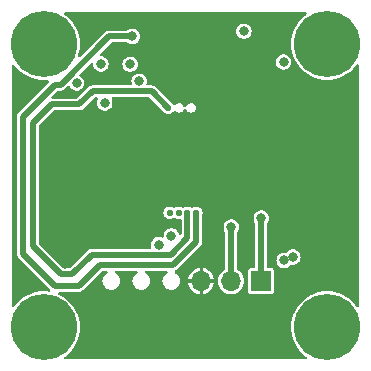
<source format=gbr>
%TF.GenerationSoftware,KiCad,Pcbnew,7.0.10*%
%TF.CreationDate,2024-03-24T13:51:37+01:00*%
%TF.ProjectId,CSI2-SPY-22-1A,43534932-2d53-4505-992d-32322d31412e,rev?*%
%TF.SameCoordinates,Original*%
%TF.FileFunction,Copper,L2,Inr*%
%TF.FilePolarity,Positive*%
%FSLAX46Y46*%
G04 Gerber Fmt 4.6, Leading zero omitted, Abs format (unit mm)*
G04 Created by KiCad (PCBNEW 7.0.10) date 2024-03-24 13:51:37*
%MOMM*%
%LPD*%
G01*
G04 APERTURE LIST*
%TA.AperFunction,ComponentPad*%
%ADD10R,1.700000X1.700000*%
%TD*%
%TA.AperFunction,ComponentPad*%
%ADD11O,1.700000X1.700000*%
%TD*%
%TA.AperFunction,ComponentPad*%
%ADD12C,5.600000*%
%TD*%
%TA.AperFunction,ViaPad*%
%ADD13C,0.800000*%
%TD*%
%TA.AperFunction,ViaPad*%
%ADD14C,0.450000*%
%TD*%
%TA.AperFunction,ViaPad*%
%ADD15C,0.550000*%
%TD*%
%TA.AperFunction,ViaPad*%
%ADD16C,0.500000*%
%TD*%
%TA.AperFunction,Conductor*%
%ADD17C,0.500000*%
%TD*%
G04 APERTURE END LIST*
D10*
%TO.N,/IO0*%
%TO.C,J3*%
X21425000Y-23075000D03*
D11*
%TO.N,/IO1*%
X18885000Y-23075000D03*
%TO.N,GND*%
X16345000Y-23075000D03*
%TD*%
D12*
%TO.N,unconnected-(H2-Pad1)*%
%TO.C,H2*%
X3000000Y-27000000D03*
%TD*%
%TO.N,unconnected-(H1-Pad1)*%
%TO.C,H1*%
X3000000Y-3000000D03*
%TD*%
%TO.N,unconnected-(H3-Pad1)*%
%TO.C,H3*%
X27000000Y-27000000D03*
%TD*%
%TO.N,unconnected-(H4-Pad1)*%
%TO.C,H4*%
X27000000Y-3000000D03*
%TD*%
D13*
%TO.N,GND*%
X16740000Y-950000D03*
X3000000Y-12750000D03*
X16750000Y-4350000D03*
X27000000Y-11250000D03*
D14*
X15000000Y-12000000D03*
D15*
X18100000Y-8300000D03*
D14*
X15750000Y-12000000D03*
D13*
X6930000Y-24170000D03*
D15*
X11850000Y-8775000D03*
D13*
X22125000Y-1075000D03*
X13550000Y-26130000D03*
X27000000Y-17250000D03*
X22500000Y-9250000D03*
D14*
X14250000Y-12000000D03*
D13*
X19970000Y-28810000D03*
X9070000Y-950000D03*
D14*
X15000000Y-15000000D03*
X14250000Y-13500000D03*
D13*
X12130000Y-950000D03*
X29250000Y-6000000D03*
X3000000Y-14250000D03*
X4840000Y-21650000D03*
X27000000Y-10000000D03*
X3000000Y-15750000D03*
X7060000Y-28810000D03*
D15*
X18107727Y-17332727D03*
D13*
X19970000Y-26050000D03*
D16*
X13000000Y-10550000D03*
D13*
X9500000Y-9250000D03*
X11270000Y-28810000D03*
X3000000Y-11250000D03*
D15*
X12625000Y-8650000D03*
D13*
X3000000Y-18750000D03*
X25100000Y-22800000D03*
X23650000Y-28810000D03*
X3000000Y-17250000D03*
X3000000Y-10000000D03*
X15610000Y-28810000D03*
D16*
X17000000Y-10550000D03*
D13*
X27000000Y-15750000D03*
X26950000Y-20060000D03*
X27000000Y-18750000D03*
D15*
X18100000Y-9025000D03*
D13*
X24750000Y-9250000D03*
X29250000Y-23750000D03*
D14*
X15750000Y-13500000D03*
X15000000Y-13500000D03*
D13*
X5830000Y-950000D03*
X27000000Y-14250000D03*
X750000Y-6000000D03*
X27000000Y-12750000D03*
X20500000Y-9250000D03*
D14*
X14250000Y-15000000D03*
D13*
X5250000Y-9250000D03*
D14*
X15750000Y-15000000D03*
D13*
X750000Y-23750000D03*
%TO.N,/IO0*%
X23310000Y-4540000D03*
X21425000Y-17750000D03*
%TO.N,/IO1*%
X18885000Y-18500000D03*
%TO.N,/SCL*%
X13805000Y-19250000D03*
X7850000Y-4700000D03*
%TO.N,/SDA*%
X12750000Y-20000000D03*
X5790000Y-6310000D03*
%TO.N,/VDD33*%
X23350000Y-21340000D03*
X24090000Y-21040000D03*
X19950000Y-1930000D03*
%TO.N,VCC*%
X8170000Y-8010000D03*
D15*
X15925000Y-17300000D03*
D13*
X10500000Y-2370000D03*
D15*
%TO.N,VDD*%
X13550000Y-8425000D03*
X15175000Y-17300000D03*
%TO.N,EQ{slash}SCL*%
X14425000Y-17300000D03*
D13*
X11080000Y-6170000D03*
%TO.N,ERC{slash}SDA*%
X10325000Y-4725000D03*
D15*
X13675000Y-17300000D03*
%TD*%
D17*
%TO.N,/IO0*%
X21425000Y-17750000D02*
X21425000Y-23075000D01*
%TO.N,/IO1*%
X18885000Y-18500000D02*
X18885000Y-23075000D01*
%TO.N,VCC*%
X4437918Y-6460000D02*
X8527918Y-2370000D01*
X15925000Y-17300000D02*
X15925000Y-19755000D01*
X1230000Y-20750000D02*
X1230000Y-9160000D01*
X5950000Y-23500000D02*
X3980000Y-23500000D01*
X3980000Y-23500000D02*
X1230000Y-20750000D01*
X3930000Y-6460000D02*
X4437918Y-6460000D01*
X7760000Y-21690000D02*
X5950000Y-23500000D01*
X15925000Y-19755000D02*
X13990000Y-21690000D01*
X1230000Y-9160000D02*
X3930000Y-6460000D01*
X8527918Y-2370000D02*
X10500000Y-2370000D01*
X13990000Y-21690000D02*
X7760000Y-21690000D01*
%TO.N,VDD*%
X12145000Y-7020000D02*
X7140000Y-7020000D01*
X13748578Y-20850000D02*
X15175000Y-19423578D01*
X7140000Y-7020000D02*
X6030000Y-8130000D01*
X15175000Y-19423578D02*
X15175000Y-17300000D01*
X6030000Y-8130000D02*
X3667918Y-8130000D01*
X4487918Y-22500000D02*
X5440000Y-22500000D01*
X2080000Y-9717918D02*
X2080000Y-20092082D01*
X13550000Y-8425000D02*
X12145000Y-7020000D01*
X2080000Y-20092082D02*
X4487918Y-22500000D01*
X5440000Y-22500000D02*
X7090000Y-20850000D01*
X3667918Y-8130000D02*
X2080000Y-9717918D01*
X7090000Y-20850000D02*
X13748578Y-20850000D01*
%TD*%
%TA.AperFunction,Conductor*%
%TO.N,GND*%
G36*
X25211023Y-320185D02*
G01*
X25256778Y-372989D01*
X25266722Y-442147D01*
X25237697Y-505703D01*
X25215739Y-525630D01*
X25095040Y-611269D01*
X24839573Y-839570D01*
X24839570Y-839573D01*
X24611269Y-1095040D01*
X24412998Y-1374478D01*
X24247263Y-1674353D01*
X24116146Y-1990899D01*
X24021297Y-2320124D01*
X24021295Y-2320133D01*
X23963905Y-2657906D01*
X23963903Y-2657918D01*
X23944693Y-3000000D01*
X23963903Y-3342081D01*
X23963904Y-3342086D01*
X24021296Y-3679870D01*
X24116147Y-4009104D01*
X24209914Y-4235477D01*
X24247263Y-4325646D01*
X24412998Y-4625521D01*
X24611269Y-4904959D01*
X24839570Y-5160426D01*
X24839573Y-5160429D01*
X25095040Y-5388730D01*
X25095046Y-5388734D01*
X25095047Y-5388735D01*
X25374479Y-5587002D01*
X25674352Y-5752736D01*
X25990896Y-5883853D01*
X26320130Y-5978704D01*
X26657914Y-6036096D01*
X27000000Y-6055307D01*
X27342086Y-6036096D01*
X27679870Y-5978704D01*
X28009104Y-5883853D01*
X28325648Y-5752736D01*
X28625521Y-5587002D01*
X28904953Y-5388735D01*
X29160428Y-5160428D01*
X29388735Y-4904953D01*
X29474370Y-4784260D01*
X29529218Y-4740977D01*
X29598760Y-4734217D01*
X29660917Y-4766128D01*
X29695955Y-4826577D01*
X29699500Y-4856016D01*
X29699500Y-25143983D01*
X29679815Y-25211022D01*
X29627011Y-25256777D01*
X29557853Y-25266721D01*
X29494297Y-25237696D01*
X29474371Y-25215739D01*
X29388731Y-25095042D01*
X29160429Y-24839573D01*
X29160426Y-24839570D01*
X28904959Y-24611269D01*
X28625521Y-24412998D01*
X28325646Y-24247263D01*
X28260087Y-24220108D01*
X28009104Y-24116147D01*
X27924479Y-24091766D01*
X27679875Y-24021297D01*
X27679866Y-24021295D01*
X27342093Y-23963905D01*
X27342081Y-23963903D01*
X27000000Y-23944693D01*
X26657918Y-23963903D01*
X26657906Y-23963905D01*
X26320133Y-24021295D01*
X26320124Y-24021297D01*
X25990899Y-24116146D01*
X25990896Y-24116147D01*
X25898184Y-24154549D01*
X25674353Y-24247263D01*
X25374478Y-24412998D01*
X25095040Y-24611269D01*
X24839573Y-24839570D01*
X24839570Y-24839573D01*
X24611269Y-25095040D01*
X24412998Y-25374478D01*
X24247263Y-25674353D01*
X24116146Y-25990899D01*
X24021297Y-26320124D01*
X24021295Y-26320133D01*
X23963905Y-26657906D01*
X23963903Y-26657918D01*
X23944693Y-27000000D01*
X23963903Y-27342081D01*
X23963905Y-27342093D01*
X23993626Y-27517020D01*
X24021296Y-27679870D01*
X24116147Y-28009104D01*
X24188764Y-28184416D01*
X24247263Y-28325646D01*
X24412998Y-28625521D01*
X24611269Y-28904959D01*
X24839570Y-29160426D01*
X24839573Y-29160429D01*
X25095040Y-29388730D01*
X25215739Y-29474370D01*
X25259023Y-29529218D01*
X25265783Y-29598760D01*
X25233872Y-29660917D01*
X25173423Y-29695955D01*
X25143984Y-29699500D01*
X4856016Y-29699500D01*
X4788977Y-29679815D01*
X4743222Y-29627011D01*
X4733278Y-29557853D01*
X4762303Y-29494297D01*
X4784261Y-29474370D01*
X4904953Y-29388735D01*
X4962836Y-29337008D01*
X4985414Y-29316829D01*
X5160428Y-29160428D01*
X5388735Y-28904953D01*
X5587002Y-28625521D01*
X5752736Y-28325648D01*
X5883853Y-28009104D01*
X5978704Y-27679870D01*
X6036096Y-27342086D01*
X6055307Y-27000000D01*
X6036096Y-26657914D01*
X5978704Y-26320130D01*
X5883853Y-25990896D01*
X5752736Y-25674352D01*
X5587002Y-25374479D01*
X5388735Y-25095047D01*
X5388731Y-25095042D01*
X5388730Y-25095040D01*
X5160429Y-24839573D01*
X5160426Y-24839570D01*
X4904959Y-24611269D01*
X4625521Y-24412998D01*
X4325646Y-24247263D01*
X4305845Y-24239061D01*
X4251442Y-24195220D01*
X4229377Y-24128926D01*
X4246656Y-24061226D01*
X4297794Y-24013616D01*
X4353298Y-24000500D01*
X5882857Y-24000500D01*
X5909215Y-24003334D01*
X5913927Y-24004359D01*
X5963461Y-24000815D01*
X5972308Y-24000500D01*
X5985799Y-24000500D01*
X5999156Y-23998579D01*
X6007951Y-23997633D01*
X6057483Y-23994091D01*
X6061992Y-23992408D01*
X6087685Y-23985850D01*
X6092457Y-23985165D01*
X6137637Y-23964530D01*
X6145801Y-23961149D01*
X6192331Y-23943796D01*
X6196189Y-23940907D01*
X6218995Y-23927375D01*
X6223373Y-23925377D01*
X6260899Y-23892859D01*
X6267778Y-23887316D01*
X6278593Y-23879221D01*
X6288155Y-23869658D01*
X6294605Y-23863653D01*
X6332143Y-23831128D01*
X6334751Y-23827068D01*
X6351381Y-23806431D01*
X7930995Y-22226819D01*
X7992318Y-22193334D01*
X8018676Y-22190500D01*
X8289863Y-22190500D01*
X8356902Y-22210185D01*
X8402657Y-22262989D01*
X8412601Y-22332147D01*
X8383576Y-22395703D01*
X8358002Y-22418100D01*
X8239306Y-22496167D01*
X8239305Y-22496168D01*
X8118910Y-22623778D01*
X8031188Y-22775718D01*
X7980870Y-22943789D01*
X7980869Y-22943794D01*
X7970668Y-23118933D01*
X7998716Y-23277991D01*
X8001135Y-23291711D01*
X8070623Y-23452804D01*
X8070624Y-23452806D01*
X8070626Y-23452809D01*
X8161595Y-23575000D01*
X8175390Y-23593530D01*
X8309786Y-23706302D01*
X8387488Y-23745325D01*
X8466562Y-23785038D01*
X8466563Y-23785038D01*
X8466567Y-23785040D01*
X8637279Y-23825500D01*
X8637282Y-23825500D01*
X8768701Y-23825500D01*
X8768709Y-23825500D01*
X8899255Y-23810241D01*
X9064117Y-23750237D01*
X9210696Y-23653830D01*
X9331092Y-23526218D01*
X9418812Y-23374281D01*
X9469130Y-23206210D01*
X9479331Y-23031065D01*
X9448865Y-22858289D01*
X9379377Y-22697196D01*
X9363549Y-22675936D01*
X9274609Y-22556469D01*
X9202744Y-22496167D01*
X9140214Y-22443698D01*
X9103599Y-22425309D01*
X9052527Y-22377633D01*
X9035337Y-22309910D01*
X9057489Y-22243645D01*
X9111951Y-22199876D01*
X9159252Y-22190500D01*
X10829863Y-22190500D01*
X10896902Y-22210185D01*
X10942657Y-22262989D01*
X10952601Y-22332147D01*
X10923576Y-22395703D01*
X10898002Y-22418100D01*
X10779306Y-22496167D01*
X10779305Y-22496168D01*
X10658910Y-22623778D01*
X10571188Y-22775718D01*
X10520870Y-22943789D01*
X10520869Y-22943794D01*
X10510668Y-23118933D01*
X10538716Y-23277991D01*
X10541135Y-23291711D01*
X10610623Y-23452804D01*
X10610624Y-23452806D01*
X10610626Y-23452809D01*
X10701595Y-23575000D01*
X10715390Y-23593530D01*
X10849786Y-23706302D01*
X10927488Y-23745325D01*
X11006562Y-23785038D01*
X11006563Y-23785038D01*
X11006567Y-23785040D01*
X11177279Y-23825500D01*
X11177282Y-23825500D01*
X11308701Y-23825500D01*
X11308709Y-23825500D01*
X11439255Y-23810241D01*
X11604117Y-23750237D01*
X11750696Y-23653830D01*
X11871092Y-23526218D01*
X11958812Y-23374281D01*
X12009130Y-23206210D01*
X12019331Y-23031065D01*
X11988865Y-22858289D01*
X11919377Y-22697196D01*
X11903549Y-22675936D01*
X11814609Y-22556469D01*
X11742744Y-22496167D01*
X11680214Y-22443698D01*
X11643599Y-22425309D01*
X11592527Y-22377633D01*
X11575337Y-22309910D01*
X11597489Y-22243645D01*
X11651951Y-22199876D01*
X11699252Y-22190500D01*
X13369863Y-22190500D01*
X13436902Y-22210185D01*
X13482657Y-22262989D01*
X13492601Y-22332147D01*
X13463576Y-22395703D01*
X13438002Y-22418100D01*
X13319306Y-22496167D01*
X13319305Y-22496168D01*
X13198910Y-22623778D01*
X13111188Y-22775718D01*
X13060870Y-22943789D01*
X13060869Y-22943794D01*
X13050668Y-23118933D01*
X13078716Y-23277991D01*
X13081135Y-23291711D01*
X13150623Y-23452804D01*
X13150624Y-23452806D01*
X13150626Y-23452809D01*
X13241595Y-23575000D01*
X13255390Y-23593530D01*
X13389786Y-23706302D01*
X13467488Y-23745325D01*
X13546562Y-23785038D01*
X13546563Y-23785038D01*
X13546567Y-23785040D01*
X13717279Y-23825500D01*
X13717282Y-23825500D01*
X13848701Y-23825500D01*
X13848709Y-23825500D01*
X13979255Y-23810241D01*
X14144117Y-23750237D01*
X14290696Y-23653830D01*
X14411092Y-23526218D01*
X14498812Y-23374281D01*
X14549130Y-23206210D01*
X14559331Y-23031065D01*
X14540628Y-22924999D01*
X15254186Y-22924999D01*
X15254187Y-22925000D01*
X15867935Y-22925000D01*
X15845000Y-23003111D01*
X15845000Y-23146889D01*
X15867935Y-23225000D01*
X15254187Y-23225000D01*
X15259097Y-23277991D01*
X15314883Y-23474063D01*
X15314886Y-23474069D01*
X15405754Y-23656556D01*
X15528608Y-23819242D01*
X15679260Y-23956578D01*
X15852584Y-24063897D01*
X16042678Y-24137539D01*
X16195000Y-24166013D01*
X16195000Y-23556170D01*
X16202685Y-23559680D01*
X16309237Y-23575000D01*
X16380763Y-23575000D01*
X16487315Y-23559680D01*
X16495000Y-23556170D01*
X16495000Y-24166013D01*
X16647321Y-24137539D01*
X16837415Y-24063897D01*
X17010739Y-23956578D01*
X17161391Y-23819242D01*
X17284245Y-23656556D01*
X17375113Y-23474069D01*
X17375116Y-23474063D01*
X17430902Y-23277991D01*
X17435813Y-23225000D01*
X16822065Y-23225000D01*
X16845000Y-23146889D01*
X16845000Y-23075000D01*
X17779785Y-23075000D01*
X17798602Y-23278082D01*
X17854417Y-23474247D01*
X17854422Y-23474260D01*
X17945327Y-23656821D01*
X18068237Y-23819581D01*
X18218958Y-23956980D01*
X18218960Y-23956982D01*
X18295477Y-24004359D01*
X18392363Y-24064348D01*
X18582544Y-24138024D01*
X18783024Y-24175500D01*
X18783026Y-24175500D01*
X18986974Y-24175500D01*
X18986976Y-24175500D01*
X19187456Y-24138024D01*
X19377637Y-24064348D01*
X19551041Y-23956981D01*
X19559052Y-23949678D01*
X20324500Y-23949678D01*
X20339032Y-24022735D01*
X20339033Y-24022739D01*
X20339034Y-24022740D01*
X20394399Y-24105601D01*
X20477260Y-24160966D01*
X20477264Y-24160967D01*
X20550321Y-24175499D01*
X20550324Y-24175500D01*
X20550326Y-24175500D01*
X22299676Y-24175500D01*
X22299677Y-24175499D01*
X22372740Y-24160966D01*
X22455601Y-24105601D01*
X22510966Y-24022740D01*
X22525500Y-23949674D01*
X22525500Y-22200326D01*
X22525500Y-22200323D01*
X22525499Y-22200321D01*
X22510967Y-22127264D01*
X22510966Y-22127260D01*
X22503025Y-22115375D01*
X22455601Y-22044399D01*
X22388404Y-21999500D01*
X22372739Y-21989033D01*
X22372735Y-21989032D01*
X22299677Y-21974500D01*
X22299674Y-21974500D01*
X22049500Y-21974500D01*
X21982461Y-21954815D01*
X21936706Y-21902011D01*
X21925500Y-21850500D01*
X21925500Y-21340000D01*
X22694722Y-21340000D01*
X22713762Y-21496818D01*
X22745038Y-21579284D01*
X22769780Y-21644523D01*
X22859517Y-21774530D01*
X22977760Y-21879283D01*
X22977762Y-21879284D01*
X23117634Y-21952696D01*
X23271014Y-21990500D01*
X23271015Y-21990500D01*
X23428985Y-21990500D01*
X23582365Y-21952696D01*
X23649350Y-21917539D01*
X23722240Y-21879283D01*
X23840483Y-21774530D01*
X23866224Y-21737235D01*
X23920504Y-21693247D01*
X23989953Y-21685586D01*
X23997939Y-21687277D01*
X24011015Y-21690500D01*
X24168985Y-21690500D01*
X24322365Y-21652696D01*
X24337937Y-21644523D01*
X24462240Y-21579283D01*
X24580483Y-21474530D01*
X24670220Y-21344523D01*
X24726237Y-21196818D01*
X24745278Y-21040000D01*
X24743259Y-21023367D01*
X24726237Y-20883181D01*
X24694369Y-20799154D01*
X24670220Y-20735477D01*
X24580483Y-20605470D01*
X24462240Y-20500717D01*
X24462238Y-20500716D01*
X24462237Y-20500715D01*
X24322365Y-20427303D01*
X24168986Y-20389500D01*
X24168985Y-20389500D01*
X24011015Y-20389500D01*
X24011014Y-20389500D01*
X23857634Y-20427303D01*
X23717762Y-20500715D01*
X23599515Y-20605471D01*
X23573774Y-20642764D01*
X23519491Y-20686754D01*
X23450042Y-20694413D01*
X23442052Y-20692720D01*
X23428988Y-20689500D01*
X23428985Y-20689500D01*
X23271015Y-20689500D01*
X23271014Y-20689500D01*
X23117634Y-20727303D01*
X22977762Y-20800715D01*
X22859516Y-20905471D01*
X22769781Y-21035475D01*
X22769780Y-21035476D01*
X22713762Y-21183181D01*
X22694722Y-21339999D01*
X22694722Y-21340000D01*
X21925500Y-21340000D01*
X21925500Y-18208657D01*
X21945185Y-18141618D01*
X21947450Y-18138217D01*
X22005219Y-18054524D01*
X22005220Y-18054523D01*
X22061237Y-17906818D01*
X22080278Y-17750000D01*
X22075101Y-17707359D01*
X22061237Y-17593181D01*
X22012580Y-17464884D01*
X22005220Y-17445477D01*
X21915483Y-17315470D01*
X21797240Y-17210717D01*
X21797238Y-17210716D01*
X21797237Y-17210715D01*
X21657365Y-17137303D01*
X21503986Y-17099500D01*
X21503985Y-17099500D01*
X21346015Y-17099500D01*
X21346014Y-17099500D01*
X21192634Y-17137303D01*
X21052762Y-17210715D01*
X20934516Y-17315471D01*
X20844781Y-17445475D01*
X20844780Y-17445476D01*
X20788762Y-17593181D01*
X20769722Y-17749999D01*
X20769722Y-17750000D01*
X20788762Y-17906818D01*
X20844780Y-18054523D01*
X20844780Y-18054524D01*
X20902550Y-18138217D01*
X20924433Y-18204571D01*
X20924500Y-18208657D01*
X20924500Y-21850500D01*
X20904815Y-21917539D01*
X20852011Y-21963294D01*
X20800500Y-21974500D01*
X20550323Y-21974500D01*
X20477264Y-21989032D01*
X20477260Y-21989033D01*
X20394399Y-22044399D01*
X20339033Y-22127260D01*
X20339032Y-22127264D01*
X20324500Y-22200321D01*
X20324500Y-23949678D01*
X19559052Y-23949678D01*
X19689095Y-23831128D01*
X19701762Y-23819581D01*
X19704575Y-23815856D01*
X19824673Y-23656821D01*
X19915582Y-23474250D01*
X19971397Y-23278083D01*
X19990215Y-23075000D01*
X19971397Y-22871917D01*
X19915582Y-22675750D01*
X19824673Y-22493179D01*
X19708816Y-22339759D01*
X19701762Y-22330418D01*
X19551482Y-22193421D01*
X19551041Y-22193019D01*
X19450732Y-22130910D01*
X19444222Y-22126879D01*
X19397587Y-22074851D01*
X19385500Y-22021452D01*
X19385500Y-18958657D01*
X19405185Y-18891618D01*
X19407450Y-18888217D01*
X19465219Y-18804524D01*
X19465220Y-18804523D01*
X19521237Y-18656818D01*
X19540278Y-18500000D01*
X19521237Y-18343182D01*
X19465220Y-18195477D01*
X19375483Y-18065470D01*
X19257240Y-17960717D01*
X19257238Y-17960716D01*
X19257237Y-17960715D01*
X19117365Y-17887303D01*
X18963986Y-17849500D01*
X18963985Y-17849500D01*
X18806015Y-17849500D01*
X18806014Y-17849500D01*
X18652634Y-17887303D01*
X18512762Y-17960715D01*
X18394516Y-18065471D01*
X18304781Y-18195475D01*
X18304780Y-18195476D01*
X18248762Y-18343181D01*
X18229722Y-18499999D01*
X18229722Y-18500000D01*
X18248762Y-18656818D01*
X18304780Y-18804523D01*
X18304780Y-18804524D01*
X18362550Y-18888217D01*
X18384433Y-18954571D01*
X18384500Y-18958657D01*
X18384500Y-22021452D01*
X18364815Y-22088491D01*
X18325778Y-22126879D01*
X18218957Y-22193020D01*
X18068237Y-22330418D01*
X17945327Y-22493178D01*
X17854422Y-22675739D01*
X17854417Y-22675752D01*
X17798602Y-22871917D01*
X17779785Y-23074999D01*
X17779785Y-23075000D01*
X16845000Y-23075000D01*
X16845000Y-23003111D01*
X16822065Y-22925000D01*
X17435813Y-22925000D01*
X17435813Y-22924999D01*
X17430902Y-22872008D01*
X17375116Y-22675936D01*
X17375113Y-22675930D01*
X17284245Y-22493443D01*
X17161391Y-22330757D01*
X17010739Y-22193421D01*
X16837415Y-22086102D01*
X16647322Y-22012460D01*
X16495000Y-21983985D01*
X16495000Y-22593829D01*
X16487315Y-22590320D01*
X16380763Y-22575000D01*
X16309237Y-22575000D01*
X16202685Y-22590320D01*
X16195000Y-22593829D01*
X16195000Y-21983985D01*
X16042677Y-22012460D01*
X15852584Y-22086102D01*
X15679260Y-22193421D01*
X15528608Y-22330757D01*
X15405754Y-22493443D01*
X15314886Y-22675930D01*
X15314883Y-22675936D01*
X15259097Y-22872008D01*
X15254186Y-22924999D01*
X14540628Y-22924999D01*
X14528865Y-22858289D01*
X14459377Y-22697196D01*
X14443549Y-22675936D01*
X14354609Y-22556469D01*
X14220214Y-22443698D01*
X14220212Y-22443697D01*
X14129593Y-22398186D01*
X14078519Y-22350508D01*
X14061329Y-22282786D01*
X14083481Y-22216521D01*
X14133732Y-22174582D01*
X14146586Y-22168711D01*
X14177632Y-22154534D01*
X14185801Y-22151149D01*
X14232331Y-22133796D01*
X14236189Y-22130907D01*
X14258995Y-22117375D01*
X14263373Y-22115377D01*
X14300899Y-22082859D01*
X14307778Y-22077316D01*
X14318593Y-22069221D01*
X14328155Y-22059658D01*
X14334605Y-22053653D01*
X14372143Y-22021128D01*
X14374751Y-22017068D01*
X14391381Y-21996431D01*
X16231428Y-20156383D01*
X16252069Y-20139750D01*
X16256128Y-20137143D01*
X16288660Y-20099596D01*
X16294684Y-20093128D01*
X16304213Y-20083600D01*
X16304213Y-20083599D01*
X16304220Y-20083593D01*
X16312319Y-20072772D01*
X16317850Y-20065909D01*
X16350377Y-20028373D01*
X16352375Y-20023995D01*
X16365907Y-20001189D01*
X16368796Y-19997331D01*
X16386149Y-19950801D01*
X16389534Y-19942630D01*
X16392885Y-19935293D01*
X16410165Y-19897457D01*
X16410850Y-19892685D01*
X16417409Y-19866992D01*
X16419091Y-19862483D01*
X16422633Y-19812951D01*
X16423580Y-19804148D01*
X16425500Y-19790799D01*
X16425500Y-19777308D01*
X16425816Y-19768461D01*
X16429359Y-19718927D01*
X16428332Y-19714206D01*
X16425500Y-19687858D01*
X16425500Y-17489548D01*
X16434939Y-17442095D01*
X16436974Y-17437183D01*
X16455035Y-17300000D01*
X16436974Y-17162817D01*
X16384024Y-17034983D01*
X16299791Y-16925209D01*
X16299789Y-16925208D01*
X16299789Y-16925207D01*
X16224514Y-16867446D01*
X16190018Y-16840976D01*
X16190017Y-16840975D01*
X16190015Y-16840974D01*
X16062186Y-16788027D01*
X16062184Y-16788026D01*
X16062183Y-16788026D01*
X15970727Y-16775985D01*
X15925001Y-16769965D01*
X15924999Y-16769965D01*
X15856408Y-16778995D01*
X15787817Y-16788026D01*
X15787816Y-16788026D01*
X15787813Y-16788027D01*
X15659984Y-16840974D01*
X15659982Y-16840976D01*
X15625486Y-16867446D01*
X15560316Y-16892640D01*
X15491872Y-16878601D01*
X15474513Y-16867445D01*
X15440019Y-16840976D01*
X15440016Y-16840975D01*
X15312186Y-16788027D01*
X15312184Y-16788026D01*
X15312183Y-16788026D01*
X15220727Y-16775985D01*
X15175001Y-16769965D01*
X15174999Y-16769965D01*
X15106408Y-16778995D01*
X15037817Y-16788026D01*
X15037816Y-16788026D01*
X15037813Y-16788027D01*
X14909984Y-16840974D01*
X14909982Y-16840976D01*
X14875486Y-16867446D01*
X14810316Y-16892640D01*
X14741872Y-16878601D01*
X14724513Y-16867445D01*
X14690019Y-16840976D01*
X14690016Y-16840975D01*
X14562186Y-16788027D01*
X14562184Y-16788026D01*
X14562183Y-16788026D01*
X14470727Y-16775985D01*
X14425001Y-16769965D01*
X14424999Y-16769965D01*
X14356408Y-16778995D01*
X14287817Y-16788026D01*
X14287816Y-16788026D01*
X14287813Y-16788027D01*
X14159984Y-16840974D01*
X14159982Y-16840976D01*
X14125486Y-16867446D01*
X14060316Y-16892640D01*
X13991872Y-16878601D01*
X13974513Y-16867445D01*
X13940019Y-16840976D01*
X13940016Y-16840975D01*
X13812186Y-16788027D01*
X13812184Y-16788026D01*
X13812183Y-16788026D01*
X13720727Y-16775985D01*
X13675001Y-16769965D01*
X13674999Y-16769965D01*
X13606408Y-16778995D01*
X13537817Y-16788026D01*
X13537816Y-16788026D01*
X13537813Y-16788027D01*
X13409985Y-16840974D01*
X13300209Y-16925209D01*
X13215974Y-17034985D01*
X13163027Y-17162813D01*
X13163026Y-17162818D01*
X13144965Y-17299999D01*
X13144965Y-17300000D01*
X13163026Y-17437181D01*
X13163027Y-17437186D01*
X13215974Y-17565015D01*
X13215975Y-17565017D01*
X13215976Y-17565018D01*
X13300209Y-17674791D01*
X13409982Y-17759024D01*
X13537817Y-17811974D01*
X13660702Y-17828152D01*
X13674999Y-17830035D01*
X13675000Y-17830035D01*
X13675001Y-17830035D01*
X13687947Y-17828330D01*
X13812183Y-17811974D01*
X13940018Y-17759024D01*
X13974513Y-17732554D01*
X14039680Y-17707359D01*
X14108125Y-17721396D01*
X14125484Y-17732552D01*
X14141082Y-17744521D01*
X14159980Y-17759023D01*
X14159981Y-17759023D01*
X14159982Y-17759024D01*
X14287817Y-17811974D01*
X14425000Y-17830035D01*
X14534317Y-17815642D01*
X14603348Y-17826407D01*
X14655605Y-17872786D01*
X14674500Y-17938581D01*
X14674500Y-19031599D01*
X14654815Y-19098638D01*
X14602011Y-19144393D01*
X14532853Y-19154337D01*
X14469297Y-19125312D01*
X14434558Y-19075570D01*
X14417212Y-19029834D01*
X14385220Y-18945477D01*
X14295483Y-18815470D01*
X14177240Y-18710717D01*
X14177238Y-18710716D01*
X14177237Y-18710715D01*
X14037365Y-18637303D01*
X13883986Y-18599500D01*
X13883985Y-18599500D01*
X13726015Y-18599500D01*
X13726014Y-18599500D01*
X13572634Y-18637303D01*
X13432762Y-18710715D01*
X13314516Y-18815471D01*
X13224781Y-18945475D01*
X13224780Y-18945476D01*
X13168762Y-19093181D01*
X13149722Y-19249999D01*
X13149722Y-19250006D01*
X13150552Y-19256844D01*
X13139090Y-19325767D01*
X13092184Y-19377551D01*
X13024728Y-19395756D01*
X12989689Y-19388936D01*
X12989649Y-19389099D01*
X12986364Y-19388289D01*
X12983490Y-19387730D01*
X12982367Y-19387304D01*
X12828986Y-19349500D01*
X12828985Y-19349500D01*
X12671015Y-19349500D01*
X12671014Y-19349500D01*
X12517634Y-19387303D01*
X12377762Y-19460715D01*
X12259516Y-19565471D01*
X12169781Y-19695475D01*
X12169780Y-19695476D01*
X12113762Y-19843181D01*
X12094722Y-19999999D01*
X12094722Y-20000000D01*
X12113763Y-20156819D01*
X12113763Y-20156821D01*
X12123134Y-20181530D01*
X12128501Y-20251193D01*
X12095353Y-20312699D01*
X12034214Y-20346520D01*
X12007192Y-20349500D01*
X7157138Y-20349500D01*
X7130781Y-20346666D01*
X7126076Y-20345642D01*
X7126068Y-20345642D01*
X7076547Y-20349184D01*
X7067701Y-20349500D01*
X7054197Y-20349500D01*
X7040835Y-20351421D01*
X7032045Y-20352366D01*
X6982514Y-20355909D01*
X6977986Y-20357598D01*
X6952327Y-20364146D01*
X6947550Y-20364833D01*
X6947543Y-20364835D01*
X6902365Y-20385466D01*
X6894191Y-20388851D01*
X6847675Y-20406200D01*
X6847668Y-20406204D01*
X6843800Y-20409100D01*
X6821019Y-20422616D01*
X6816627Y-20424623D01*
X6783852Y-20453022D01*
X6779098Y-20457141D01*
X6772219Y-20462684D01*
X6761409Y-20470777D01*
X6751860Y-20480325D01*
X6745395Y-20486343D01*
X6707859Y-20518870D01*
X6707856Y-20518873D01*
X6705245Y-20522936D01*
X6688615Y-20543570D01*
X5269005Y-21963181D01*
X5207682Y-21996666D01*
X5181324Y-21999500D01*
X4746593Y-21999500D01*
X4679554Y-21979815D01*
X4658912Y-21963181D01*
X2616819Y-19921087D01*
X2583334Y-19859764D01*
X2580500Y-19833406D01*
X2580500Y-9976594D01*
X2600185Y-9909555D01*
X2616819Y-9888913D01*
X3838913Y-8666819D01*
X3900236Y-8633334D01*
X3926594Y-8630500D01*
X5962857Y-8630500D01*
X5989215Y-8633334D01*
X5993927Y-8634359D01*
X6043461Y-8630815D01*
X6052308Y-8630500D01*
X6065799Y-8630500D01*
X6079156Y-8628579D01*
X6087951Y-8627633D01*
X6137483Y-8624091D01*
X6141992Y-8622408D01*
X6167685Y-8615850D01*
X6172457Y-8615165D01*
X6217637Y-8594530D01*
X6225801Y-8591149D01*
X6272331Y-8573796D01*
X6276189Y-8570907D01*
X6298995Y-8557375D01*
X6303373Y-8555377D01*
X6340899Y-8522859D01*
X6347778Y-8517316D01*
X6358593Y-8509221D01*
X6368155Y-8499658D01*
X6374605Y-8493653D01*
X6412143Y-8461128D01*
X6414751Y-8457068D01*
X6431381Y-8436431D01*
X7310995Y-7556819D01*
X7372318Y-7523334D01*
X7398676Y-7520500D01*
X7481742Y-7520500D01*
X7548781Y-7540185D01*
X7594536Y-7592989D01*
X7604480Y-7662147D01*
X7591542Y-7702119D01*
X7589781Y-7705473D01*
X7533762Y-7853181D01*
X7514722Y-8009999D01*
X7514722Y-8010000D01*
X7533762Y-8166818D01*
X7579652Y-8287817D01*
X7589780Y-8314523D01*
X7679517Y-8444530D01*
X7797760Y-8549283D01*
X7797762Y-8549284D01*
X7937634Y-8622696D01*
X8091014Y-8660500D01*
X8091015Y-8660500D01*
X8248985Y-8660500D01*
X8402365Y-8622696D01*
X8402912Y-8622409D01*
X8542240Y-8549283D01*
X8660483Y-8444530D01*
X8750220Y-8314523D01*
X8806237Y-8166818D01*
X8825278Y-8010000D01*
X8816422Y-7937059D01*
X8806237Y-7853181D01*
X8750218Y-7705473D01*
X8748458Y-7702119D01*
X8747911Y-7699391D01*
X8747560Y-7698464D01*
X8747714Y-7698405D01*
X8734737Y-7633610D01*
X8760233Y-7568558D01*
X8816851Y-7527618D01*
X8858258Y-7520500D01*
X11886324Y-7520500D01*
X11953363Y-7540185D01*
X11974005Y-7556819D01*
X13062059Y-8644873D01*
X13088939Y-8685101D01*
X13090976Y-8690018D01*
X13175209Y-8799791D01*
X13284982Y-8884024D01*
X13412817Y-8936974D01*
X13535702Y-8953152D01*
X13549999Y-8955035D01*
X13550000Y-8955035D01*
X13550001Y-8955035D01*
X13562947Y-8953330D01*
X13687183Y-8936974D01*
X13815018Y-8884024D01*
X13924791Y-8799791D01*
X13994415Y-8709056D01*
X14050841Y-8667855D01*
X14120587Y-8663700D01*
X14180470Y-8696863D01*
X14236652Y-8753045D01*
X14236654Y-8753046D01*
X14236658Y-8753050D01*
X14349696Y-8810646D01*
X14349697Y-8810646D01*
X14349699Y-8810647D01*
X14474997Y-8830492D01*
X14475000Y-8830492D01*
X14475003Y-8830492D01*
X14600300Y-8810647D01*
X14600301Y-8810647D01*
X14600302Y-8810646D01*
X14600304Y-8810646D01*
X14713342Y-8753050D01*
X14803050Y-8663342D01*
X14860646Y-8550304D01*
X14860646Y-8550302D01*
X14864515Y-8542710D01*
X14912490Y-8491914D01*
X14980311Y-8475119D01*
X15046446Y-8497657D01*
X15085485Y-8542710D01*
X15089353Y-8550302D01*
X15089354Y-8550304D01*
X15146950Y-8663342D01*
X15146952Y-8663344D01*
X15146954Y-8663347D01*
X15236652Y-8753045D01*
X15236654Y-8753046D01*
X15236658Y-8753050D01*
X15349696Y-8810646D01*
X15349697Y-8810646D01*
X15349699Y-8810647D01*
X15474997Y-8830492D01*
X15475000Y-8830492D01*
X15475003Y-8830492D01*
X15600300Y-8810647D01*
X15600301Y-8810647D01*
X15600302Y-8810646D01*
X15600304Y-8810646D01*
X15713342Y-8753050D01*
X15803050Y-8663342D01*
X15860646Y-8550304D01*
X15860646Y-8550302D01*
X15860647Y-8550301D01*
X15860647Y-8550300D01*
X15880492Y-8425003D01*
X15880492Y-8424996D01*
X15860647Y-8299699D01*
X15860647Y-8299698D01*
X15854593Y-8287817D01*
X15803050Y-8186658D01*
X15803046Y-8186654D01*
X15803045Y-8186652D01*
X15713347Y-8096954D01*
X15713344Y-8096952D01*
X15713342Y-8096950D01*
X15600304Y-8039354D01*
X15600303Y-8039353D01*
X15600300Y-8039352D01*
X15475003Y-8019508D01*
X15474997Y-8019508D01*
X15349699Y-8039352D01*
X15349698Y-8039352D01*
X15274337Y-8077751D01*
X15236658Y-8096950D01*
X15236657Y-8096951D01*
X15236652Y-8096954D01*
X15146954Y-8186652D01*
X15146949Y-8186659D01*
X15085484Y-8307290D01*
X15037510Y-8358085D01*
X14969689Y-8374880D01*
X14903554Y-8352342D01*
X14864516Y-8307290D01*
X14830150Y-8239845D01*
X14803050Y-8186658D01*
X14803047Y-8186655D01*
X14803045Y-8186652D01*
X14713347Y-8096954D01*
X14713344Y-8096952D01*
X14713342Y-8096950D01*
X14600304Y-8039354D01*
X14600303Y-8039353D01*
X14600300Y-8039352D01*
X14475003Y-8019508D01*
X14474997Y-8019508D01*
X14349699Y-8039352D01*
X14349698Y-8039352D01*
X14274337Y-8077751D01*
X14236658Y-8096950D01*
X14236657Y-8096951D01*
X14236655Y-8096951D01*
X14180470Y-8153137D01*
X14119146Y-8186621D01*
X14049455Y-8181636D01*
X13994414Y-8140942D01*
X13924791Y-8050209D01*
X13872390Y-8010000D01*
X13815018Y-7965976D01*
X13815014Y-7965974D01*
X13810101Y-7963939D01*
X13769873Y-7937059D01*
X12546385Y-6713571D01*
X12529750Y-6692928D01*
X12527145Y-6688874D01*
X12527143Y-6688872D01*
X12489614Y-6656353D01*
X12483143Y-6650329D01*
X12473593Y-6640779D01*
X12462785Y-6632688D01*
X12455904Y-6627144D01*
X12418373Y-6594623D01*
X12418372Y-6594622D01*
X12418367Y-6594619D01*
X12413983Y-6592617D01*
X12391194Y-6579096D01*
X12387331Y-6576204D01*
X12387329Y-6576203D01*
X12340790Y-6558845D01*
X12332622Y-6555461D01*
X12287457Y-6534835D01*
X12287455Y-6534834D01*
X12282682Y-6534148D01*
X12257000Y-6527593D01*
X12252486Y-6525909D01*
X12202946Y-6522365D01*
X12194159Y-6521420D01*
X12180799Y-6519500D01*
X12180797Y-6519500D01*
X12167308Y-6519500D01*
X12158461Y-6519184D01*
X12108929Y-6515641D01*
X12108925Y-6515641D01*
X12104215Y-6516666D01*
X12077857Y-6519500D01*
X11822808Y-6519500D01*
X11755769Y-6499815D01*
X11710014Y-6447011D01*
X11700070Y-6377853D01*
X11706866Y-6351530D01*
X11716236Y-6326821D01*
X11716236Y-6326820D01*
X11716237Y-6326818D01*
X11735278Y-6170000D01*
X11732139Y-6144143D01*
X11716237Y-6013181D01*
X11664010Y-5875471D01*
X11660220Y-5865477D01*
X11570483Y-5735470D01*
X11452240Y-5630717D01*
X11452238Y-5630716D01*
X11452237Y-5630715D01*
X11312365Y-5557303D01*
X11158986Y-5519500D01*
X11158985Y-5519500D01*
X11001015Y-5519500D01*
X11001014Y-5519500D01*
X10847634Y-5557303D01*
X10707762Y-5630715D01*
X10589516Y-5735471D01*
X10499781Y-5865475D01*
X10499780Y-5865476D01*
X10443762Y-6013181D01*
X10424722Y-6169999D01*
X10424722Y-6170000D01*
X10443763Y-6326819D01*
X10443763Y-6326821D01*
X10453134Y-6351530D01*
X10458501Y-6421193D01*
X10425353Y-6482699D01*
X10364214Y-6516520D01*
X10337192Y-6519500D01*
X7207143Y-6519500D01*
X7180785Y-6516666D01*
X7176074Y-6515641D01*
X7176070Y-6515641D01*
X7126539Y-6519184D01*
X7117692Y-6519500D01*
X7104200Y-6519500D01*
X7098063Y-6520382D01*
X7090840Y-6521420D01*
X7082054Y-6522365D01*
X7032516Y-6525909D01*
X7032513Y-6525910D01*
X7027986Y-6527598D01*
X7002327Y-6534146D01*
X6997550Y-6534833D01*
X6997543Y-6534835D01*
X6952365Y-6555466D01*
X6944191Y-6558851D01*
X6897675Y-6576200D01*
X6897664Y-6576206D01*
X6893799Y-6579100D01*
X6871020Y-6592615D01*
X6866636Y-6594617D01*
X6866625Y-6594624D01*
X6829108Y-6627132D01*
X6822226Y-6632678D01*
X6811403Y-6640780D01*
X6801854Y-6650329D01*
X6795384Y-6656353D01*
X6757861Y-6688867D01*
X6757854Y-6688876D01*
X6755243Y-6692938D01*
X6738616Y-6713568D01*
X5859005Y-7593181D01*
X5797682Y-7626666D01*
X5771324Y-7629500D01*
X3767675Y-7629500D01*
X3700636Y-7609815D01*
X3654881Y-7557011D01*
X3644937Y-7487853D01*
X3673962Y-7424297D01*
X3679994Y-7417819D01*
X4100995Y-6996819D01*
X4162318Y-6963334D01*
X4188676Y-6960500D01*
X4370775Y-6960500D01*
X4397133Y-6963334D01*
X4401845Y-6964359D01*
X4451379Y-6960815D01*
X4460226Y-6960500D01*
X4473717Y-6960500D01*
X4487074Y-6958579D01*
X4495869Y-6957633D01*
X4545401Y-6954091D01*
X4549910Y-6952408D01*
X4575603Y-6945850D01*
X4580375Y-6945165D01*
X4625561Y-6924529D01*
X4633710Y-6921153D01*
X4680249Y-6903796D01*
X4684110Y-6900905D01*
X4706913Y-6887375D01*
X4711291Y-6885377D01*
X4748817Y-6852859D01*
X4755696Y-6847316D01*
X4766511Y-6839221D01*
X4776073Y-6829658D01*
X4782523Y-6823653D01*
X4820061Y-6791128D01*
X4822669Y-6787068D01*
X4839299Y-6766431D01*
X5015388Y-6590342D01*
X5076709Y-6556859D01*
X5146401Y-6561843D01*
X5202334Y-6603715D01*
X5205339Y-6608474D01*
X5205519Y-6608350D01*
X5209780Y-6614523D01*
X5299517Y-6744530D01*
X5417760Y-6849283D01*
X5417762Y-6849284D01*
X5557634Y-6922696D01*
X5711014Y-6960500D01*
X5711015Y-6960500D01*
X5868985Y-6960500D01*
X6022365Y-6922696D01*
X6025314Y-6921148D01*
X6162240Y-6849283D01*
X6280483Y-6744530D01*
X6370220Y-6614523D01*
X6426237Y-6466818D01*
X6445278Y-6310000D01*
X6426237Y-6153182D01*
X6417017Y-6128872D01*
X6389118Y-6055307D01*
X6370220Y-6005477D01*
X6280483Y-5875470D01*
X6162240Y-5770717D01*
X6162238Y-5770716D01*
X6162237Y-5770715D01*
X6096860Y-5736402D01*
X6046647Y-5687817D01*
X6030673Y-5619798D01*
X6054008Y-5553941D01*
X6066798Y-5538932D01*
X6983354Y-4622377D01*
X7044674Y-4588894D01*
X7114366Y-4593878D01*
X7170299Y-4635750D01*
X7194128Y-4695113D01*
X7213763Y-4856818D01*
X7269780Y-5004523D01*
X7359517Y-5134530D01*
X7477760Y-5239283D01*
X7477762Y-5239284D01*
X7617634Y-5312696D01*
X7771014Y-5350500D01*
X7771015Y-5350500D01*
X7928985Y-5350500D01*
X8082365Y-5312696D01*
X8222240Y-5239283D01*
X8340483Y-5134530D01*
X8430220Y-5004523D01*
X8486237Y-4856818D01*
X8502242Y-4725000D01*
X9669722Y-4725000D01*
X9688762Y-4881818D01*
X9723923Y-4974528D01*
X9744780Y-5029523D01*
X9834517Y-5159530D01*
X9952760Y-5264283D01*
X9952762Y-5264284D01*
X10092634Y-5337696D01*
X10246014Y-5375500D01*
X10246015Y-5375500D01*
X10403985Y-5375500D01*
X10557365Y-5337696D01*
X10604998Y-5312696D01*
X10697240Y-5264283D01*
X10815483Y-5159530D01*
X10905220Y-5029523D01*
X10961237Y-4881818D01*
X10980278Y-4725000D01*
X10977243Y-4700000D01*
X10961237Y-4568181D01*
X10950549Y-4540000D01*
X22654722Y-4540000D01*
X22673762Y-4696818D01*
X22708714Y-4788977D01*
X22729780Y-4844523D01*
X22819517Y-4974530D01*
X22937760Y-5079283D01*
X22937762Y-5079284D01*
X23077634Y-5152696D01*
X23231014Y-5190500D01*
X23231015Y-5190500D01*
X23388985Y-5190500D01*
X23542365Y-5152696D01*
X23576981Y-5134528D01*
X23682240Y-5079283D01*
X23800483Y-4974530D01*
X23890220Y-4844523D01*
X23946237Y-4696818D01*
X23965278Y-4540000D01*
X23950766Y-4420477D01*
X23946237Y-4383181D01*
X23901595Y-4265471D01*
X23890220Y-4235477D01*
X23800483Y-4105470D01*
X23682240Y-4000717D01*
X23682238Y-4000716D01*
X23682237Y-4000715D01*
X23542365Y-3927303D01*
X23388986Y-3889500D01*
X23388985Y-3889500D01*
X23231015Y-3889500D01*
X23231014Y-3889500D01*
X23077634Y-3927303D01*
X22937762Y-4000715D01*
X22819516Y-4105471D01*
X22729781Y-4235475D01*
X22729780Y-4235476D01*
X22673762Y-4383181D01*
X22654722Y-4539999D01*
X22654722Y-4540000D01*
X10950549Y-4540000D01*
X10939992Y-4512164D01*
X10905220Y-4420477D01*
X10815483Y-4290470D01*
X10697240Y-4185717D01*
X10697238Y-4185716D01*
X10697237Y-4185715D01*
X10557365Y-4112303D01*
X10403986Y-4074500D01*
X10403985Y-4074500D01*
X10246015Y-4074500D01*
X10246014Y-4074500D01*
X10092634Y-4112303D01*
X9952762Y-4185715D01*
X9952760Y-4185717D01*
X9862737Y-4265470D01*
X9834516Y-4290471D01*
X9744781Y-4420475D01*
X9744780Y-4420476D01*
X9688762Y-4568181D01*
X9669722Y-4724999D01*
X9669722Y-4725000D01*
X8502242Y-4725000D01*
X8505278Y-4700000D01*
X8491788Y-4588894D01*
X8486237Y-4543181D01*
X8464992Y-4487164D01*
X8430220Y-4395477D01*
X8340483Y-4265470D01*
X8222240Y-4160717D01*
X8222238Y-4160716D01*
X8222237Y-4160715D01*
X8082365Y-4087303D01*
X7928986Y-4049500D01*
X7928985Y-4049500D01*
X7855594Y-4049500D01*
X7788555Y-4029815D01*
X7742800Y-3977011D01*
X7732856Y-3907853D01*
X7761881Y-3844297D01*
X7767913Y-3837819D01*
X8698913Y-2906819D01*
X8760236Y-2873334D01*
X8786594Y-2870500D01*
X10036956Y-2870500D01*
X10103995Y-2890185D01*
X10119179Y-2901681D01*
X10127760Y-2909283D01*
X10127762Y-2909284D01*
X10127766Y-2909287D01*
X10267634Y-2982696D01*
X10421014Y-3020500D01*
X10421015Y-3020500D01*
X10578985Y-3020500D01*
X10732365Y-2982696D01*
X10752447Y-2972156D01*
X10872240Y-2909283D01*
X10990483Y-2804530D01*
X11080220Y-2674523D01*
X11136237Y-2526818D01*
X11155278Y-2370000D01*
X11136237Y-2213182D01*
X11080220Y-2065477D01*
X10990483Y-1935470D01*
X10984309Y-1930000D01*
X19294722Y-1930000D01*
X19313762Y-2086818D01*
X19335675Y-2144596D01*
X19369780Y-2234523D01*
X19459517Y-2364530D01*
X19577760Y-2469283D01*
X19577762Y-2469284D01*
X19717634Y-2542696D01*
X19871014Y-2580500D01*
X19871015Y-2580500D01*
X20028985Y-2580500D01*
X20182365Y-2542696D01*
X20322240Y-2469283D01*
X20440483Y-2364530D01*
X20530220Y-2234523D01*
X20586237Y-2086818D01*
X20605278Y-1930000D01*
X20597755Y-1868037D01*
X20586237Y-1773181D01*
X20548756Y-1674352D01*
X20530220Y-1625477D01*
X20440483Y-1495470D01*
X20322240Y-1390717D01*
X20322238Y-1390716D01*
X20322237Y-1390715D01*
X20182365Y-1317303D01*
X20028986Y-1279500D01*
X20028985Y-1279500D01*
X19871015Y-1279500D01*
X19871014Y-1279500D01*
X19717634Y-1317303D01*
X19577762Y-1390715D01*
X19459516Y-1495471D01*
X19369781Y-1625475D01*
X19369780Y-1625476D01*
X19313762Y-1773181D01*
X19294722Y-1929999D01*
X19294722Y-1930000D01*
X10984309Y-1930000D01*
X10872240Y-1830717D01*
X10872238Y-1830716D01*
X10872237Y-1830715D01*
X10732365Y-1757303D01*
X10578986Y-1719500D01*
X10578985Y-1719500D01*
X10421015Y-1719500D01*
X10421014Y-1719500D01*
X10267634Y-1757303D01*
X10127766Y-1830712D01*
X10127762Y-1830715D01*
X10127760Y-1830717D01*
X10119181Y-1838316D01*
X10055950Y-1868037D01*
X10036956Y-1869500D01*
X8595056Y-1869500D01*
X8568699Y-1866666D01*
X8563994Y-1865642D01*
X8563986Y-1865642D01*
X8514465Y-1869184D01*
X8505619Y-1869500D01*
X8492115Y-1869500D01*
X8478753Y-1871421D01*
X8469963Y-1872366D01*
X8420435Y-1875909D01*
X8420432Y-1875910D01*
X8415914Y-1877595D01*
X8390238Y-1884148D01*
X8385459Y-1884835D01*
X8340285Y-1905465D01*
X8332112Y-1908851D01*
X8285585Y-1926205D01*
X8285585Y-1926206D01*
X8281720Y-1929099D01*
X8258938Y-1942616D01*
X8254549Y-1944620D01*
X8254548Y-1944621D01*
X8254546Y-1944622D01*
X8254545Y-1944623D01*
X8228350Y-1967319D01*
X8217007Y-1977149D01*
X8210133Y-1982688D01*
X8199324Y-1990780D01*
X8199320Y-1990783D01*
X8189771Y-2000331D01*
X8183305Y-2006350D01*
X8145780Y-2038866D01*
X8145772Y-2038876D01*
X8143161Y-2042938D01*
X8126534Y-2063568D01*
X6103515Y-4086587D01*
X6042192Y-4120072D01*
X5972500Y-4115088D01*
X5916567Y-4073216D01*
X5892150Y-4007752D01*
X5896679Y-3964582D01*
X5978704Y-3679870D01*
X6036096Y-3342086D01*
X6055307Y-3000000D01*
X6036096Y-2657914D01*
X5978704Y-2320130D01*
X5883853Y-1990896D01*
X5752736Y-1674352D01*
X5587002Y-1374479D01*
X5388735Y-1095047D01*
X5388734Y-1095046D01*
X5388730Y-1095040D01*
X5160429Y-839573D01*
X5160426Y-839570D01*
X4904959Y-611269D01*
X4784261Y-525630D01*
X4740977Y-470782D01*
X4734217Y-401240D01*
X4766128Y-339083D01*
X4826577Y-304045D01*
X4856016Y-300500D01*
X25143984Y-300500D01*
X25211023Y-320185D01*
G37*
%TD.AperFunction*%
%TA.AperFunction,Conductor*%
G36*
X505703Y-4762303D02*
G01*
X525628Y-4784259D01*
X568388Y-4844523D01*
X611269Y-4904959D01*
X839570Y-5160426D01*
X839573Y-5160429D01*
X1095040Y-5388730D01*
X1095046Y-5388734D01*
X1095047Y-5388735D01*
X1374479Y-5587002D01*
X1674352Y-5752736D01*
X1990896Y-5883853D01*
X2320130Y-5978704D01*
X2657914Y-6036096D01*
X3000000Y-6055307D01*
X3339846Y-6036221D01*
X3407881Y-6052116D01*
X3456525Y-6102271D01*
X3470330Y-6170763D01*
X3444915Y-6235846D01*
X3434477Y-6247707D01*
X923568Y-8758616D01*
X902938Y-8775243D01*
X898876Y-8777854D01*
X898867Y-8777861D01*
X866353Y-8815384D01*
X860329Y-8821854D01*
X850780Y-8831403D01*
X842678Y-8842226D01*
X837132Y-8849108D01*
X804624Y-8886625D01*
X804617Y-8886636D01*
X802615Y-8891020D01*
X789100Y-8913799D01*
X786206Y-8917664D01*
X786200Y-8917675D01*
X768851Y-8964191D01*
X765466Y-8972365D01*
X744835Y-9017543D01*
X744833Y-9017550D01*
X744146Y-9022327D01*
X737598Y-9047986D01*
X735910Y-9052513D01*
X735909Y-9052516D01*
X732365Y-9102054D01*
X731420Y-9110845D01*
X729500Y-9124200D01*
X729500Y-9137690D01*
X729184Y-9146537D01*
X725641Y-9196069D01*
X725641Y-9196073D01*
X726666Y-9200785D01*
X729500Y-9227143D01*
X729500Y-20682858D01*
X726667Y-20709206D01*
X725641Y-20713927D01*
X725641Y-20713929D01*
X725641Y-20713930D01*
X729184Y-20763461D01*
X729500Y-20772308D01*
X729500Y-20785797D01*
X731420Y-20799154D01*
X732365Y-20807946D01*
X735909Y-20857486D01*
X737593Y-20862000D01*
X744148Y-20887682D01*
X744834Y-20892455D01*
X765457Y-20937612D01*
X768845Y-20945790D01*
X786203Y-20992329D01*
X789096Y-20996194D01*
X802617Y-21018983D01*
X804619Y-21023367D01*
X804622Y-21023372D01*
X804623Y-21023373D01*
X837144Y-21060904D01*
X842688Y-21067785D01*
X850779Y-21078593D01*
X860333Y-21088147D01*
X866353Y-21094614D01*
X898872Y-21132143D01*
X898874Y-21132145D01*
X902928Y-21134750D01*
X923571Y-21151385D01*
X3541640Y-23769453D01*
X3575125Y-23830776D01*
X3570141Y-23900468D01*
X3528269Y-23956401D01*
X3462805Y-23980818D01*
X3433189Y-23979382D01*
X3342097Y-23963905D01*
X3342081Y-23963903D01*
X3000000Y-23944693D01*
X2657918Y-23963903D01*
X2657906Y-23963905D01*
X2320133Y-24021295D01*
X2320124Y-24021297D01*
X1990899Y-24116146D01*
X1990896Y-24116147D01*
X1898184Y-24154549D01*
X1674353Y-24247263D01*
X1374478Y-24412998D01*
X1095040Y-24611269D01*
X839573Y-24839570D01*
X839570Y-24839573D01*
X611268Y-25095042D01*
X525629Y-25215739D01*
X470781Y-25259022D01*
X401240Y-25265782D01*
X339083Y-25233871D01*
X304045Y-25173422D01*
X300500Y-25143983D01*
X300500Y-4856016D01*
X320185Y-4788977D01*
X372989Y-4743222D01*
X442147Y-4733278D01*
X505703Y-4762303D01*
G37*
%TD.AperFunction*%
%TD*%
M02*

</source>
